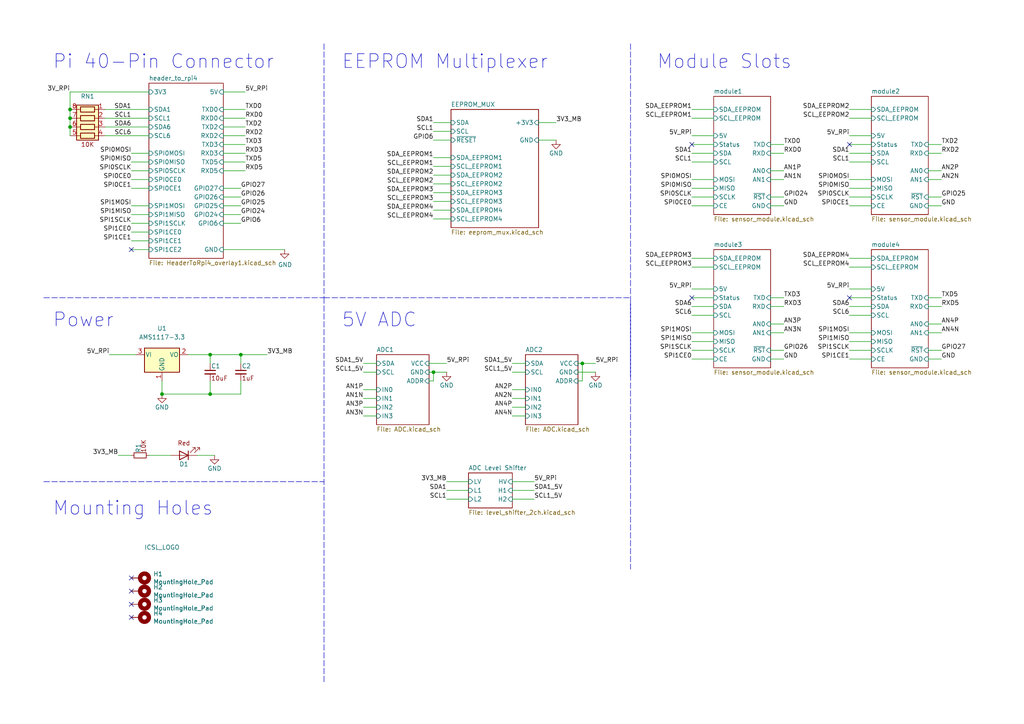
<source format=kicad_sch>
(kicad_sch (version 20211123) (generator eeschema)
  (paper "A4")
  (title_block (title "LegoSENSE Carrier Board") (date "2022-03-01") (rev "2.1") (company "Columbia ICSL"))
  (lib_symbols
    (symbol "ICSL:ICSL_LOGO"
      (property "Value" "ICSL_LOGO" (at 0 0 0))
    )
    (symbol "Mechanical:MountingHole_Pad" (pin_numbers hide) (pin_names (offset 1.016) hide)
      (property "Reference" "H" (at 0 6.35 0))
      (property "Value" "MountingHole_Pad" (at 0 4.445 0))
      (symbol "MountingHole_Pad_0_1"
        (circle (center 0 1.27) (radius 1.27) (stroke (width 1.27)))
      )
      (symbol "MountingHole_Pad_1_1"
        (pin input line (at 0 -2.54 90) (length 2.54) (name "1") (number "1"))
      )
    )
    (symbol "jlcsmt-rcl:C_0402_1uF_25V" (pin_numbers hide) (pin_names (offset 0.254) hide)
      (property "Reference" "C" (at 0.254 1.778 0))
      (symbol "C_0402_1uF_25V_0_0"
        (text "1uF" (at 0.254 -1.778 0) (effects (font (size 1.27 1.27)) (justify left)))
      )
      (symbol "C_0402_1uF_25V_0_1"
        (polyline (pts (xy -1.524 -0.508) (xy 1.524 -0.508)) (stroke (width 0.3302)))
        (polyline (pts (xy -1.524 0.508) (xy 1.524 0.508)) (stroke (width 0.3048)))
      )
      (symbol "C_0402_1uF_25V_1_1"
        (pin passive line (at 0 2.54 270) (length 2.032) (name "~") (number "1"))
        (pin passive line (at 0 -2.54 90) (length 2.032) (name "~") (number "2"))
      )
    )
    (symbol "jlcsmt-rcl:C_0805_10uF_25V" (pin_numbers hide) (pin_names (offset 0.254) hide)
      (property "Reference" "C" (at 0.254 1.778 0))
      (symbol "C_0805_10uF_25V_0_0"
        (text "10uF" (at 0.254 -1.778 0) (effects (font (size 1.27 1.27)) (justify left)))
      )
      (symbol "C_0805_10uF_25V_0_1"
        (polyline (pts (xy -1.524 -0.508) (xy 1.524 -0.508)) (stroke (width 0.3302)))
        (polyline (pts (xy -1.524 0.508) (xy 1.524 0.508)) (stroke (width 0.3048)))
      )
      (symbol "C_0805_10uF_25V_1_1"
        (pin passive line (at 0 2.54 270) (length 2.032) (name "~") (number "1"))
        (pin passive line (at 0 -2.54 90) (length 2.032) (name "~") (number "2"))
      )
    )
    (symbol "jlcsmt-rcl:LED_0603_Red" (pin_numbers hide) (pin_names (offset 1.016) hide)
      (property "Reference" "D" (at 0 2.54 0))
      (symbol "LED_0603_Red_0_0"
        (text "Red" (at 0 -3.556 0) (effects (font (size 1.27 1.27))))
      )
      (symbol "LED_0603_Red_0_1"
        (polyline (pts (xy -1.27 -1.27) (xy -1.27 1.27)) (stroke (width 0.254)))
        (polyline (pts (xy -1.27 0) (xy 1.27 0)))
        (polyline (pts (xy 1.27 -1.27) (xy 1.27 1.27) (xy -1.27 0) (xy 1.27 -1.27)) (stroke (width 0.254)))
        (polyline (pts (xy -3.048 -0.762) (xy -4.572 -2.286) (xy -3.81 -2.286) (xy -4.572 -2.286) (xy -4.572 -1.524)))
        (polyline (pts (xy -1.778 -0.762) (xy -3.302 -2.286) (xy -2.54 -2.286) (xy -3.302 -2.286) (xy -3.302 -1.524)))
      )
      (symbol "LED_0603_Red_1_1"
        (pin passive line (at -3.81 0 0) (length 2.54) (name "K") (number "1"))
        (pin passive line (at 3.81 0 180) (length 2.54) (name "A") (number "2"))
      )
    )
    (symbol "jlcsmt-rcl:RN_0402x4_10K" (pin_names (offset 0) hide)
      (property "Reference" "RN" (at -7.62 0 90))
      (symbol "RN_0402x4_10K_0_0"
        (text "10K" (at 5.08 0 900) (effects (font (size 1.27 1.27))))
        (pin passive line (at 0 -5.08 90) (length 2.54) (name "R3_B") (number "6"))
        (pin passive line (at -2.54 -5.08 90) (length 2.54) (name "R2_B") (number "7"))
        (pin passive line (at -5.08 -5.08 90) (length 2.54) (name "R1_B") (number "8"))
      )
      (symbol "RN_0402x4_10K_0_1"
        (rectangle (start -6.35 -3.175) (end 3.81 3.175) (stroke (width 0.254)) (fill (type background)))
        (rectangle (start -5.842 2.032) (end -4.318 -2.032) (stroke (width 0.254)))
        (rectangle (start -3.302 2.032) (end -1.778 -2.032) (stroke (width 0.254)))
        (rectangle (start -0.762 2.032) (end 0.762 -2.032) (stroke (width 0.254)))
        (polyline (pts (xy -5.08 -2.032) (xy -5.08 -2.54)))
        (polyline (pts (xy -5.08 2.54) (xy -5.08 2.032)))
        (polyline (pts (xy -2.54 -2.032) (xy -2.54 -2.54)))
        (polyline (pts (xy -2.54 2.54) (xy -2.54 2.032)))
        (polyline (pts (xy 0 -2.032) (xy 0 -2.54)))
        (polyline (pts (xy 0 2.54) (xy 0 2.032)))
        (polyline (pts (xy 2.54 -2.032) (xy 2.54 -2.54)))
        (polyline (pts (xy 2.54 2.54) (xy 2.54 2.032)))
        (rectangle (start 1.778 2.032) (end 3.302 -2.032) (stroke (width 0.254)))
      )
      (symbol "RN_0402x4_10K_1_1"
        (pin passive line (at -5.08 5.08 270) (length 2.54) (name "R1_T") (number "1"))
        (pin passive line (at -2.54 5.08 270) (length 2.54) (name "R2_T") (number "2"))
        (pin passive line (at 0 5.08 270) (length 2.54) (name "R3_T") (number "3"))
        (pin passive line (at 2.54 5.08 270) (length 2.54) (name "R4_T") (number "4"))
        (pin passive line (at 2.54 -5.08 90) (length 2.54) (name "R4_B") (number "5"))
      )
    )
    (symbol "jlcsmt-rcl:R_0402_10K" (pin_numbers hide) (pin_names (offset 0.254) hide)
      (property "Reference" "R" (at 0.762 0.508 0))
      (symbol "R_0402_10K_0_0"
        (text "10K" (at 0.762 -1.016 0) (effects (font (size 1.27 1.27)) (justify left)))
      )
      (symbol "R_0402_10K_0_1"
        (rectangle (start -0.762 1.778) (end 0.762 -1.778) (stroke (width 0.2032)))
      )
      (symbol "R_0402_10K_1_1"
        (pin passive line (at 0 2.54 270) (length 0.762) (name "~") (number "1"))
        (pin passive line (at 0 -2.54 90) (length 0.762) (name "~") (number "2"))
      )
    )
    (symbol "jlcsmt-regulator:AMS1117-3.3" (pin_names (offset 0.254))
      (property "Reference" "U" (at -3.81 3.175 0))
      (property "Value" "AMS1117-3.3" (at 0 3.175 0))
      (symbol "AMS1117-3.3_0_1"
        (rectangle (start -5.08 -5.08) (end 5.08 1.905) (stroke (width 0.254)) (fill (type background)))
      )
      (symbol "AMS1117-3.3_1_1"
        (pin power_in line (at 0 -7.62 90) (length 2.54) (name "GND") (number "1"))
        (pin power_out line (at 7.62 0 180) (length 2.54) (name "VO") (number "2"))
        (pin power_in line (at -7.62 0 0) (length 2.54) (name "VI") (number "3"))
      )
    )
    (symbol "multiposition-cache:GND" (power) (pin_names (offset 0))
      (property "Value" "GND" (at 0 -3.81 0))
      (symbol "GND_0_1"
        (polyline (pts (xy 0 0) (xy 0 -1.27) (xy 1.27 -1.27) (xy 0 -2.54) (xy -1.27 -1.27) (xy 0 -1.27)))
      )
      (symbol "GND_1_1"
        (pin power_in line (at 0 0 270) (length 0) hide (name "GND") (number "1"))
      )
    )
    (symbol "power:GND" (power) (pin_names (offset 0))
      (property "Value" "GND" (at 0 -3.81 0))
      (symbol "GND_0_1"
        (polyline (pts (xy 0 0) (xy 0 -1.27) (xy 1.27 -1.27) (xy 0 -2.54) (xy -1.27 -1.27) (xy 0 -1.27)))
      )
      (symbol "GND_1_1"
        (pin power_in line (at 0 0 270) (length 0) hide (name "GND") (number "1"))
      )
    )
  )
  (junction (at 46.99 114.3))
  (junction (at 60.96 102.87))
  (junction (at 20.32 34.29))
  (junction (at 60.96 114.3))
  (junction (at 69.85 102.87))
  (junction (at 168.91 105.41))
  (junction (at 20.32 36.83))
  (junction (at 125.73 107.95))
  (junction (at 20.32 31.75))
  (no_connect (at 246.38 41.91))
  (no_connect (at 200.66 86.36))
  (no_connect (at 200.66 41.91))
  (no_connect (at 246.38 86.36))
  (no_connect (at 38.1 167.64))
  (no_connect (at 38.1 171.45))
  (no_connect (at 38.1 175.26))
  (no_connect (at 38.1 179.07))
  (no_connect (at 38.1 72.39))
  (wire (pts (xy 148.59 118.11) (xy 152.4 118.11)))
  (wire (pts (xy 38.1 64.77) (xy 43.18 64.77)))
  (wire (pts (xy 129.54 139.7) (xy 135.89 139.7)))
  (wire (pts (xy 148.59 113.03) (xy 152.4 113.03)))
  (wire (pts (xy 273.05 59.69) (xy 269.24 59.69)))
  (wire (pts (xy 200.66 44.45) (xy 207.01 44.45)))
  (wire (pts (xy 64.77 34.29) (xy 71.12 34.29)))
  (wire (pts (xy 64.77 54.61) (xy 69.85 54.61)))
  (wire (pts (xy 246.38 101.6) (xy 252.73 101.6)))
  (wire (pts (xy 246.38 44.45) (xy 252.73 44.45)))
  (wire (pts (xy 200.66 99.06) (xy 207.01 99.06)))
  (polyline (pts (xy 12.7 86.36) (xy 93.98 86.36)))
  (wire (pts (xy 125.73 60.96) (xy 130.81 60.96)))
  (wire (pts (xy 200.66 59.69) (xy 207.01 59.69)))
  (wire (pts (xy 246.38 74.93) (xy 252.73 74.93)))
  (wire (pts (xy 148.59 107.95) (xy 152.4 107.95)))
  (wire (pts (xy 38.1 52.07) (xy 43.18 52.07)))
  (wire (pts (xy 246.38 86.36) (xy 252.73 86.36)))
  (wire (pts (xy 223.52 104.14) (xy 227.33 104.14)))
  (wire (pts (xy 207.01 31.75) (xy 200.66 31.75)))
  (wire (pts (xy 71.12 41.91) (xy 64.77 41.91)))
  (wire (pts (xy 227.33 59.69) (xy 223.52 59.69)))
  (wire (pts (xy 269.24 41.91) (xy 273.05 41.91)))
  (wire (pts (xy 200.66 88.9) (xy 207.01 88.9)))
  (wire (pts (xy 223.52 49.53) (xy 227.33 49.53)))
  (wire (pts (xy 20.32 31.75) (xy 20.32 34.29)))
  (wire (pts (xy 148.59 120.65) (xy 152.4 120.65)))
  (wire (pts (xy 200.66 77.47) (xy 207.01 77.47)))
  (wire (pts (xy 125.73 38.1) (xy 130.81 38.1)))
  (wire (pts (xy 38.1 59.69) (xy 43.18 59.69)))
  (wire (pts (xy 125.73 55.88) (xy 130.81 55.88)))
  (wire (pts (xy 246.38 99.06) (xy 252.73 99.06)))
  (wire (pts (xy 71.12 31.75) (xy 64.77 31.75)))
  (wire (pts (xy 246.38 52.07) (xy 252.73 52.07)))
  (wire (pts (xy 105.41 118.11) (xy 109.22 118.11)))
  (wire (pts (xy 105.41 120.65) (xy 109.22 120.65)))
  (wire (pts (xy 54.61 102.87) (xy 60.96 102.87)))
  (wire (pts (xy 46.99 114.3) (xy 46.99 110.49)))
  (wire (pts (xy 223.52 41.91) (xy 227.33 41.91)))
  (wire (pts (xy 30.48 36.83) (xy 43.18 36.83)))
  (wire (pts (xy 125.73 107.95) (xy 129.54 107.95)))
  (wire (pts (xy 105.41 107.95) (xy 109.22 107.95)))
  (wire (pts (xy 38.1 44.45) (xy 43.18 44.45)))
  (polyline (pts (xy 93.98 12.7) (xy 93.98 86.36)))
  (wire (pts (xy 38.1 62.23) (xy 43.18 62.23)))
  (wire (pts (xy 129.54 142.24) (xy 135.89 142.24)))
  (wire (pts (xy 223.52 96.52) (xy 227.33 96.52)))
  (wire (pts (xy 105.41 105.41) (xy 109.22 105.41)))
  (wire (pts (xy 20.32 36.83) (xy 20.32 39.37)))
  (wire (pts (xy 246.38 57.15) (xy 252.73 57.15)))
  (wire (pts (xy 125.73 110.49) (xy 125.73 107.95)))
  (wire (pts (xy 167.64 107.95) (xy 172.72 107.95)))
  (wire (pts (xy 148.59 144.78) (xy 154.94 144.78)))
  (wire (pts (xy 200.66 54.61) (xy 207.01 54.61)))
  (polyline (pts (xy 12.7 139.7) (xy 93.98 139.7)))
  (wire (pts (xy 246.38 88.9) (xy 252.73 88.9)))
  (wire (pts (xy 246.38 34.29) (xy 252.73 34.29)))
  (wire (pts (xy 148.59 139.7) (xy 154.94 139.7)))
  (wire (pts (xy 168.91 105.41) (xy 172.72 105.41)))
  (wire (pts (xy 200.66 41.91) (xy 207.01 41.91)))
  (wire (pts (xy 34.29 132.08) (xy 38.1 132.08)))
  (wire (pts (xy 57.15 132.08) (xy 62.23 132.08)))
  (wire (pts (xy 200.66 96.52) (xy 207.01 96.52)))
  (wire (pts (xy 105.41 113.03) (xy 109.22 113.03)))
  (wire (pts (xy 125.73 58.42) (xy 130.81 58.42)))
  (wire (pts (xy 200.66 46.99) (xy 207.01 46.99)))
  (wire (pts (xy 156.21 35.56) (xy 161.29 35.56)))
  (wire (pts (xy 64.77 64.77) (xy 69.85 64.77)))
  (polyline (pts (xy 93.98 86.36) (xy 93.98 198.12)))
  (wire (pts (xy 200.66 86.36) (xy 207.01 86.36)))
  (wire (pts (xy 200.66 74.93) (xy 207.01 74.93)))
  (wire (pts (xy 64.77 62.23) (xy 69.85 62.23)))
  (wire (pts (xy 125.73 63.5) (xy 130.81 63.5)))
  (wire (pts (xy 269.24 49.53) (xy 273.05 49.53)))
  (wire (pts (xy 64.77 39.37) (xy 71.12 39.37)))
  (wire (pts (xy 167.64 110.49) (xy 168.91 110.49)))
  (wire (pts (xy 148.59 142.24) (xy 154.94 142.24)))
  (wire (pts (xy 125.73 53.34) (xy 130.81 53.34)))
  (wire (pts (xy 269.24 101.6) (xy 273.05 101.6)))
  (wire (pts (xy 223.52 86.36) (xy 227.33 86.36)))
  (wire (pts (xy 200.66 34.29) (xy 207.01 34.29)))
  (wire (pts (xy 69.85 105.41) (xy 69.85 102.87)))
  (wire (pts (xy 20.32 26.67) (xy 20.32 31.75)))
  (wire (pts (xy 200.66 39.37) (xy 207.01 39.37)))
  (wire (pts (xy 269.24 57.15) (xy 273.05 57.15)))
  (wire (pts (xy 69.85 102.87) (xy 77.47 102.87)))
  (wire (pts (xy 269.24 93.98) (xy 273.05 93.98)))
  (wire (pts (xy 43.18 132.08) (xy 49.53 132.08)))
  (wire (pts (xy 64.77 59.69) (xy 69.85 59.69)))
  (wire (pts (xy 64.77 57.15) (xy 69.85 57.15)))
  (wire (pts (xy 125.73 40.64) (xy 130.81 40.64)))
  (wire (pts (xy 71.12 36.83) (xy 64.77 36.83)))
  (wire (pts (xy 38.1 46.99) (xy 43.18 46.99)))
  (wire (pts (xy 38.1 72.39) (xy 43.18 72.39)))
  (wire (pts (xy 125.73 45.72) (xy 130.81 45.72)))
  (wire (pts (xy 246.38 83.82) (xy 252.73 83.82)))
  (wire (pts (xy 200.66 104.14) (xy 207.01 104.14)))
  (wire (pts (xy 129.54 144.78) (xy 135.89 144.78)))
  (wire (pts (xy 246.38 46.99) (xy 252.73 46.99)))
  (polyline (pts (xy 182.88 109.22) (xy 182.88 87.63)))
  (wire (pts (xy 223.52 88.9) (xy 227.33 88.9)))
  (wire (pts (xy 200.66 91.44) (xy 207.01 91.44)))
  (wire (pts (xy 60.96 102.87) (xy 69.85 102.87)))
  (wire (pts (xy 30.48 31.75) (xy 43.18 31.75)))
  (wire (pts (xy 246.38 54.61) (xy 252.73 54.61)))
  (wire (pts (xy 69.85 114.3) (xy 69.85 110.49)))
  (wire (pts (xy 20.32 34.29) (xy 20.32 36.83)))
  (wire (pts (xy 246.38 104.14) (xy 252.73 104.14)))
  (wire (pts (xy 246.38 31.75) (xy 252.73 31.75)))
  (wire (pts (xy 109.22 115.57) (xy 105.41 115.57)))
  (wire (pts (xy 30.48 34.29) (xy 43.18 34.29)))
  (wire (pts (xy 200.66 101.6) (xy 207.01 101.6)))
  (wire (pts (xy 200.66 83.82) (xy 207.01 83.82)))
  (wire (pts (xy 60.96 110.49) (xy 60.96 114.3)))
  (wire (pts (xy 168.91 110.49) (xy 168.91 105.41)))
  (wire (pts (xy 269.24 104.14) (xy 273.05 104.14)))
  (polyline (pts (xy 182.88 12.7) (xy 182.88 165.1)))
  (wire (pts (xy 64.77 72.39) (xy 82.55 72.39)))
  (wire (pts (xy 60.96 105.41) (xy 60.96 102.87)))
  (wire (pts (xy 223.52 44.45) (xy 227.33 44.45)))
  (wire (pts (xy 167.64 105.41) (xy 168.91 105.41)))
  (wire (pts (xy 125.73 50.8) (xy 130.81 50.8)))
  (wire (pts (xy 38.1 49.53) (xy 43.18 49.53)))
  (wire (pts (xy 227.33 57.15) (xy 223.52 57.15)))
  (wire (pts (xy 124.46 107.95) (xy 125.73 107.95)))
  (wire (pts (xy 269.24 44.45) (xy 273.05 44.45)))
  (wire (pts (xy 156.21 40.64) (xy 161.29 40.64)))
  (wire (pts (xy 269.24 52.07) (xy 273.05 52.07)))
  (wire (pts (xy 64.77 49.53) (xy 71.12 49.53)))
  (wire (pts (xy 246.38 59.69) (xy 252.73 59.69)))
  (wire (pts (xy 43.18 26.67) (xy 20.32 26.67)))
  (wire (pts (xy 246.38 91.44) (xy 252.73 91.44)))
  (wire (pts (xy 246.38 96.52) (xy 252.73 96.52)))
  (wire (pts (xy 64.77 26.67) (xy 71.12 26.67)))
  (wire (pts (xy 269.24 88.9) (xy 273.05 88.9)))
  (wire (pts (xy 269.24 96.52) (xy 273.05 96.52)))
  (wire (pts (xy 124.46 110.49) (xy 125.73 110.49)))
  (wire (pts (xy 223.52 93.98) (xy 227.33 93.98)))
  (wire (pts (xy 269.24 86.36) (xy 273.05 86.36)))
  (wire (pts (xy 223.52 101.6) (xy 227.33 101.6)))
  (wire (pts (xy 38.1 67.31) (xy 43.18 67.31)))
  (polyline (pts (xy 93.98 86.36) (xy 182.88 86.36)))
  (wire (pts (xy 200.66 52.07) (xy 207.01 52.07)))
  (wire (pts (xy 46.99 114.3) (xy 60.96 114.3)))
  (wire (pts (xy 125.73 48.26) (xy 130.81 48.26)))
  (wire (pts (xy 71.12 46.99) (xy 64.77 46.99)))
  (wire (pts (xy 38.1 69.85) (xy 43.18 69.85)))
  (wire (pts (xy 30.48 39.37) (xy 43.18 39.37)))
  (wire (pts (xy 31.75 102.87) (xy 39.37 102.87)))
  (wire (pts (xy 200.66 57.15) (xy 207.01 57.15)))
  (wire (pts (xy 38.1 54.61) (xy 43.18 54.61)))
  (wire (pts (xy 246.38 39.37) (xy 252.73 39.37)))
  (wire (pts (xy 125.73 35.56) (xy 130.81 35.56)))
  (wire (pts (xy 60.96 114.3) (xy 69.85 114.3)))
  (wire (pts (xy 148.59 115.57) (xy 152.4 115.57)))
  (wire (pts (xy 223.52 52.07) (xy 227.33 52.07)))
  (wire (pts (xy 64.77 44.45) (xy 71.12 44.45)))
  (wire (pts (xy 246.38 77.47) (xy 252.73 77.47)))
  (wire (pts (xy 124.46 105.41) (xy 129.54 105.41)))
  (wire (pts (xy 148.59 105.41) (xy 152.4 105.41)))
  (wire (pts (xy 246.38 41.91) (xy 252.73 41.91)))
  (text "5V ADC" (at 99.06 95.25 0) (effects (font (size 4 4)) (justify left bottom)))
  (text "Module Slots" (at 190.5 20.32 0) (effects (font (size 4 4)) (justify left bottom)))
  (text "Power" (at 15.24 95.25 0) (effects (font (size 4 4)) (justify left bottom)))
  (text "V2 TODO:\nX Finish wiring EEPROM_MUX\nX Remove old SPI ADC\nX Add I2C ADC\nX Add level shifter for ADC\nX Add power LED\nX Fix module GND\nX Replace all LDOs, R, C with JLCSMT parts" (at 15.24 -39.37 0) (effects (font (size 2 2)) (justify left bottom)))
  (text "V3 TODO:\n() Correct U7 Orientation on JLCSMT\n() Add status LED" (at 15.24 -25.4 0) (effects (font (size 2 2)) (justify left bottom)))
  (text "Pi 40-Pin Connector" (at 15.24 20.32 0) (effects (font (size 4 4)) (justify left bottom)))
  (text "EEPROM Multiplexer" (at 99.06 20.32 0) (effects (font (size 4 4)) (justify left bottom)))
  (text "Mounting Holes" (at 15.24 149.86 0) (effects (font (size 4 4)) (justify left bottom)))
  (label "SDA1" (at 246.38 44.45 180))
  (label "SCL6" (at 200.66 91.44 180))
  (label "SCL1_5V" (at 154.94 144.78 0))
  (label "AN1P" (at 105.41 113.03 180))
  (label "RXD5" (at 71.12 49.53 0))
  (label "AN2P" (at 273.05 49.53 0))
  (label "SDA_EEPROM2" (at 246.38 31.75 180))
  (label "AN2P" (at 148.59 113.03 180))
  (label "GND" (at 273.05 59.69 0))
  (label "TXD5" (at 273.05 86.36 0))
  (label "SDA1" (at 200.66 44.45 180))
  (label "SPI1MISO" (at 246.38 99.06 180))
  (label "AN4P" (at 148.59 118.11 180))
  (label "TXD2" (at 273.05 41.91 0))
  (label "RXD2" (at 273.05 44.45 0))
  (label "SPI1SCLK" (at 38.1 64.77 180))
  (label "TXD0" (at 71.12 31.75 0))
  (label "SCL1" (at 129.54 144.78 180))
  (label "AN3N" (at 105.41 120.65 180))
  (label "SCL1" (at 125.73 38.1 180))
  (label "SDA_EEPROM1" (at 200.66 31.75 180))
  (label "GPIO26" (at 227.33 101.6 0))
  (label "SCL_EEPROM2" (at 125.73 53.34 180))
  (label "SDA1_5V" (at 154.94 142.24 0))
  (label "SPI0SCLK" (at 38.1 49.53 180))
  (label "SPI0MOSI" (at 200.66 52.07 180))
  (label "TXD0" (at 227.33 41.91 0))
  (label "RXD2" (at 71.12 39.37 0))
  (label "SCL_EEPROM3" (at 200.66 77.47 180))
  (label "AN1N" (at 105.41 115.57 180))
  (label "SCL_EEPROM4" (at 246.38 77.47 180))
  (label "SDA1_5V" (at 105.41 105.41 180))
  (label "SPI1CE1" (at 38.1 69.85 180))
  (label "SCL6" (at 246.38 91.44 180))
  (label "AN2N" (at 148.59 115.57 180))
  (label "SPI0MISO" (at 200.66 54.61 180))
  (label "SPI0SCLK" (at 246.38 57.15 180))
  (label "AN3N" (at 227.33 96.52 0))
  (label "3V3_MB" (at 161.29 35.56 0))
  (label "AN4N" (at 273.05 96.52 0))
  (label "SCL1_5V" (at 148.59 107.95 180))
  (label "SPI1MOSI" (at 38.1 59.69 180))
  (label "AN4P" (at 273.05 93.98 0))
  (label "5V_RPi" (at 172.72 105.41 0))
  (label "RXD0" (at 227.33 44.45 0))
  (label "SDA1" (at 129.54 142.24 180))
  (label "SCL1" (at 246.38 46.99 180))
  (label "SDA_EEPROM3" (at 125.73 55.88 180))
  (label "SPI1CE0" (at 200.66 104.14 180))
  (label "GPIO27" (at 273.05 101.6 0))
  (label "SPI1MISO" (at 38.1 62.23 180))
  (label "SPI0CE1" (at 38.1 54.61 180))
  (label "SPI0MISO" (at 246.38 54.61 180))
  (label "5V_RPi" (at 200.66 39.37 180))
  (label "GPIO25" (at 273.05 57.15 0))
  (label "SPI1MOSI" (at 200.66 96.52 180))
  (label "SCL1" (at 38.1 34.29 180))
  (label "5V_RPi" (at 31.75 102.87 180))
  (label "5V_RPi" (at 200.66 83.82 180))
  (label "5V_RPi" (at 246.38 39.37 180))
  (label "GPIO25" (at 69.85 59.69 0))
  (label "SCL1_5V" (at 105.41 107.95 180))
  (label "SCL_EEPROM2" (at 246.38 34.29 180))
  (label "AN3P" (at 227.33 93.98 0))
  (label "SDA6" (at 246.38 88.9 180))
  (label "RXD3" (at 71.12 44.45 0))
  (label "SCL_EEPROM1" (at 125.73 48.26 180))
  (label "SPI1SCLK" (at 200.66 101.6 180))
  (label "SPI0CE1" (at 246.38 59.69 180))
  (label "SPI0MOSI" (at 246.38 52.07 180))
  (label "SPI1MOSI" (at 246.38 96.52 180))
  (label "AN2N" (at 273.05 52.07 0))
  (label "AN4N" (at 148.59 120.65 180))
  (label "SCL_EEPROM3" (at 125.73 58.42 180))
  (label "SDA_EEPROM4" (at 246.38 74.93 180))
  (label "SDA_EEPROM4" (at 125.73 60.96 180))
  (label "5V_RPi" (at 129.54 105.41 0))
  (label "SDA_EEPROM3" (at 200.66 74.93 180))
  (label "SDA6" (at 200.66 88.9 180))
  (label "3V3_MB" (at 77.47 102.87 0))
  (label "GPIO26" (at 69.85 57.15 0))
  (label "SPI1MISO" (at 200.66 99.06 180))
  (label "5V_RPi" (at 246.38 83.82 180))
  (label "RXD0" (at 71.12 34.29 0))
  (label "GPIO6" (at 69.85 64.77 0))
  (label "SPI0CE0" (at 38.1 52.07 180))
  (label "SPI0SCLK" (at 200.66 57.15 180))
  (label "SPI0MOSI" (at 38.1 44.45 180))
  (label "SCL_EEPROM4" (at 125.73 63.5 180))
  (label "GPIO6" (at 125.73 40.64 180))
  (label "SPI1SCLK" (at 246.38 101.6 180))
  (label "RXD5" (at 273.05 88.9 0))
  (label "AN3P" (at 105.41 118.11 180))
  (label "3V3_MB" (at 129.54 139.7 180))
  (label "TXD3" (at 71.12 41.91 0))
  (label "SCL6" (at 38.1 39.37 180))
  (label "SCL1" (at 200.66 46.99 180))
  (label "SDA1" (at 125.73 35.56 180))
  (label "SDA1_5V" (at 148.59 105.41 180))
  (label "AN1N" (at 227.33 52.07 0))
  (label "3V3_MB" (at 34.29 132.08 180))
  (label "SCL_EEPROM1" (at 200.66 34.29 180))
  (label "RXD3" (at 227.33 88.9 0))
  (label "SDA6" (at 38.1 36.83 180))
  (label "5V_RPi" (at 71.12 26.67 0))
  (label "GPIO24" (at 69.85 62.23 0))
  (label "SPI1CE1" (at 246.38 104.14 180))
  (label "AN1P" (at 227.33 49.53 0))
  (label "3V_RPi" (at 20.32 26.67 180))
  (label "GPIO27" (at 69.85 54.61 0))
  (label "TXD3" (at 227.33 86.36 0))
  (label "GND" (at 273.05 104.14 0))
  (label "SPI0MISO" (at 38.1 46.99 180))
  (label "SDA_EEPROM1" (at 125.73 45.72 180))
  (label "5V_RPi" (at 154.94 139.7 0))
  (label "SDA_EEPROM2" (at 125.73 50.8 180))
  (label "TXD5" (at 71.12 46.99 0))
  (label "SDA1" (at 38.1 31.75 180))
  (label "GND" (at 227.33 59.69 0))
  (label "GND" (at 227.33 104.14 0))
  (label "GPIO24" (at 227.33 57.15 0))
  (label "SPI0CE0" (at 200.66 59.69 180))
  (label "SPI1CE0" (at 38.1 67.31 180))
  (label "TXD2" (at 71.12 36.83 0))
  (symbol (lib_id "Mechanical:MountingHole_Pad") (at 40.64 167.64 270) (unit 1)
    (property "Reference" "H1" (at 44.45 166.4716 90) (effects (justify left)))
    (property "Value" "MountingHole_Pad" (at 44.45 168.783 90) (effects (justify left)))
    (property "Footprint" "MountingHole:MountingHole_3.2mm_M3_ISO14580_Pad_TopBottom" (effects hide))
  )
  (symbol (lib_id "Mechanical:MountingHole_Pad") (at 40.64 171.45 270) (unit 1)
    (property "Reference" "H2" (at 44.45 170.2816 90) (effects (justify left)))
    (property "Value" "MountingHole_Pad" (at 44.45 172.593 90) (effects (justify left)))
    (property "Footprint" "MountingHole:MountingHole_3.2mm_M3_ISO14580_Pad_TopBottom" (effects hide))
  )
  (symbol (lib_id "Mechanical:MountingHole_Pad") (at 40.64 175.26 270) (unit 1)
    (property "Reference" "H3" (at 44.45 174.0916 90) (effects (justify left)))
    (property "Value" "MountingHole_Pad" (at 44.45 176.403 90) (effects (justify left)))
    (property "Footprint" "MountingHole:MountingHole_3.2mm_M3_ISO14580_Pad_TopBottom" (effects hide))
  )
  (symbol (lib_id "Mechanical:MountingHole_Pad") (at 40.64 179.07 270) (unit 1)
    (property "Reference" "H4" (at 44.45 177.9016 90) (effects (justify left)))
    (property "Value" "MountingHole_Pad" (at 44.45 180.213 90) (effects (justify left)))
    (property "Footprint" "MountingHole:MountingHole_3.2mm_M3_ISO14580_Pad_TopBottom" (effects hide))
  )
  (symbol (lib_id "power:GND") (at 82.55 72.39 0) (unit 1)
    (property "Reference" "#PWR03" (effects hide))
    (property "Value" "GND" (at 82.677 76.7842 0))
  )
  (symbol (lib_id "jlcsmt-rcl:C_0805_10uF_25V") (at 60.96 107.95 0) (unit 1)
    (property "Reference" "C1" (at 61.214 106.172 0) (effects (justify left)))
    (property "Value" "C_0805_10uF_25V" (effects hide))
    (property "Footprint" "Capacitor_SMD:C_0805_2012Metric" (effects hide))
    (property "Datasheet" "https://datasheet.lcsc.com/lcsc/1811121310_Samsung-Electro-Mechanics-CL21A106KAYNNNE_C15850.pdf" (effects hide))
    (property "MFR" "Samsung Electro-Mechanics" (effects hide))
    (property "MFR Part#" "CL21A106KAYNNNE" (effects hide))
    (property "LCSC" "C15850" (effects hide))
  )
  (symbol (lib_id "jlcsmt-regulator:AMS1117-3.3") (at 46.99 102.87 0) (unit 1)
    (property "Reference" "U1" (at 46.99 95.25 0))
    (property "Value" "AMS1117-3.3" (at 46.99 97.79 0))
    (property "Footprint" "jlcsmt:SOT-223-3_TabPin2" (effects hide))
    (property "Datasheet" "https://datasheet.lcsc.com/lcsc/1811142212_Advanced-Monolithic-Systems-AMS1117-3-3_C6186.pdf" (effects hide))
    (property "MFR" "Advanced Monolithic Systems" (effects hide))
    (property "MFR Part#" "AMS1117-3.3" (effects hide))
    (property "LCSC" "C6186" (effects hide))
  )
  (symbol (lib_id "multiposition-cache:GND") (at 62.23 132.08 0) (unit 1)
    (property "Reference" "#PWR0114" (effects hide))
    (property "Value" "GND" (at 62.23 135.89 0))
  )
  (symbol (lib_id "jlcsmt-rcl:LED_0603_Red") (at 53.34 132.08 180) (unit 1)
    (property "Reference" "D1" (at 53.34 134.62 0))
    (property "Value" "LED_0603_Red" (effects hide))
    (property "Footprint" "jlcsmt:LED_0603_1608Metric" (effects hide))
    (property "Datasheet" "https://datasheet.lcsc.com/lcsc/1810231112_Hubei-KENTO-Elec-KT-0603R_C2286.pdf" (effects hide))
    (property "MFR" "Hubei KENTO Elec" (effects hide))
    (property "MFR Part#" "KT-0603R" (effects hide))
    (property "LCSC" "C2286" (effects hide))
  )
  (symbol (lib_id "multiposition-cache:GND") (at 129.54 107.95 0) (unit 1)
    (property "Reference" "#PWR0103" (effects hide))
    (property "Value" "GND" (at 129.54 111.76 0))
  )
  (symbol (lib_id "jlcsmt-rcl:RN_0402x4_10K") (at 25.4 36.83 270) (unit 1)
    (property "Reference" "RN1" (at 25.4 27.94 90))
    (property "Value" "RN_0402x4_10K" (effects hide))
    (property "Footprint" "jlcsmt:R_Array_Convex_4x0402" (effects hide))
    (property "Datasheet" "https://datasheet.lcsc.com/lcsc/1810170420_UNI-ROYAL-Uniroyal-Elec-4D02WGJ0103TCE_C25725.pdf" (effects hide))
    (property "LCSC" "C25725" (effects hide))
    (property "MFR" "UNI-ROYAL(Uniroyal Elec)" (effects hide))
    (property "MFR Part#" "4D02WGJ0103TCE" (effects hide))
  )
  (symbol (lib_id "multiposition-cache:GND") (at 161.29 40.64 0) (unit 1)
    (property "Reference" "#PWR0108" (effects hide))
    (property "Value" "GND" (at 161.29 44.45 0))
  )
  (symbol (lib_id "multiposition-cache:GND") (at 46.99 114.3 0) (unit 1)
    (property "Reference" "#PWR0112" (effects hide))
    (property "Value" "GND" (at 46.99 118.11 0))
  )
  (symbol (lib_id "jlcsmt-rcl:C_0402_1uF_25V") (at 69.85 107.95 0) (unit 1)
    (property "Reference" "C2" (at 70.104 106.172 0) (effects (justify left)))
    (property "Value" "C_0402_1uF_25V" (effects hide))
    (property "Footprint" "Capacitor_SMD:C_0402_1005Metric" (effects hide))
    (property "Datasheet" "https://datasheet.lcsc.com/lcsc/1811091611_Samsung-Electro-Mechanics-CL05A105KA5NQNC_C52923.pdf" (effects hide))
    (property "MFR" "Samsung Electro-Mechanics" (effects hide))
    (property "MFR Part#" "CL05A105KA5NQNC" (effects hide))
    (property "LCSC" "C52923" (effects hide))
  )
  (symbol (lib_id "multiposition-cache:GND") (at 172.72 107.95 0) (unit 1)
    (property "Reference" "#PWR0106" (effects hide))
    (property "Value" "GND" (at 172.72 111.76 0))
  )
  (symbol (lib_id "ICSL:ICSL_LOGO") (at 46.99 158.75 0) (unit 1)
    (property "Reference" "U9" (effects hide))
    (property "Value" "ICSL_LOGO" (at 46.99 158.75 0))
    (property "Footprint" "ICSL:icsl_logo" (effects hide))
  )
  (symbol (lib_id "jlcsmt-rcl:R_0402_10K") (at 40.64 132.08 90) (unit 1)
    (property "Reference" "R1" (at 40.132 131.318 0) (effects (justify left)))
    (property "Value" "R_0402_10K" (effects hide))
    (property "Footprint" "Resistor_SMD:R_0402_1005Metric" (effects hide))
    (property "Datasheet" "https://datasheet.lcsc.com/lcsc/2110260030_UNI-ROYAL-Uniroyal-Elec-0402WGF1002TCE_C25744.pdf" (effects hide))
    (property "MFR" "UNI-ROYAL(Uniroyal Elec)" (effects hide))
    (property "MFR Part#" "0402WGF1002TCE" (effects hide))
    (property "LCSC" "C25744" (effects hide))
  )
  (sheet (at 43.18 24.13) (size 21.59 50.8)
    (property "Sheet name" "header_to_rpi4" (at 43.18 23.4184 0) (effects (justify left bottom)))
    (property "Sheet file" "HeaderToRpi4_overlay1.kicad_sch" (at 43.18 75.5146 0) (effects (justify left top)))
    (pin "3V3" input (at 43.18 26.67 180))
    (pin "SDA1" input (at 43.18 31.75 180))
    (pin "SCL1" input (at 43.18 34.29 180))
    (pin "TXD3" input (at 64.77 41.91 0))
    (pin "GND" input (at 64.77 72.39 0))
    (pin "SPI1CE1" input (at 43.18 69.85 180))
    (pin "GPIO27" input (at 64.77 54.61 0))
    (pin "SDA6" input (at 43.18 36.83 180))
    (pin "SPI0MOSI" input (at 43.18 44.45 180))
    (pin "SPI0MISO" input (at 43.18 46.99 180))
    (pin "SPI0SCLK" input (at 43.18 49.53 180))
    (pin "TXD2" input (at 64.77 36.83 0))
    (pin "RXD3" input (at 64.77 44.45 0))
    (pin "GPIO6" input (at 64.77 64.77 0))
    (pin "RXD5" input (at 64.77 49.53 0))
    (pin "SPI1MISO" input (at 43.18 62.23 180))
    (pin "GPIO26" input (at 64.77 57.15 0))
    (pin "SPI1SCLK" input (at 43.18 64.77 180))
    (pin "SPI1MOSI" input (at 43.18 59.69 180))
    (pin "SPI1CE2" input (at 43.18 72.39 180))
    (pin "TXD5" input (at 64.77 46.99 0))
    (pin "RXD2" input (at 64.77 39.37 0))
    (pin "SPI0CE1" input (at 43.18 54.61 180))
    (pin "SPI0CE0" input (at 43.18 52.07 180))
    (pin "GPIO25" input (at 64.77 59.69 0))
    (pin "GPIO24" input (at 64.77 62.23 0))
    (pin "SCL6" input (at 43.18 39.37 180))
    (pin "SPI1CE0" input (at 43.18 67.31 180))
    (pin "RXD0" input (at 64.77 34.29 0))
    (pin "TXD0" input (at 64.77 31.75 0))
    (pin "5V" input (at 64.77 26.67 0))
  )
  (sheet (at 207.01 27.94) (size 16.51 34.29)
    (property "Sheet name" "module1" (at 207.01 27.2284 0) (effects (justify left bottom)))
    (property "Sheet file" "sensor_module.kicad_sch" (at 207.01 62.8146 0) (effects (justify left top)))
    (pin "5V" input (at 207.01 39.37 180))
    (pin "GND" input (at 223.52 59.69 0))
    (pin "SDA" input (at 207.01 44.45 180))
    (pin "SCL" input (at 207.01 46.99 180))
    (pin "TXD" input (at 223.52 41.91 0))
    (pin "RXD" input (at 223.52 44.45 0))
    (pin "MOSI" input (at 207.01 52.07 180))
    (pin "MISO" input (at 207.01 54.61 180))
    (pin "SCLK" input (at 207.01 57.15 180))
    (pin "CE" input (at 207.01 59.69 180))
    (pin "~{RST}" input (at 223.52 57.15 0))
    (pin "AN1" input (at 223.52 52.07 0))
    (pin "AN0" input (at 223.52 49.53 0))
    (pin "Status" input (at 207.01 41.91 180))
    (pin "SCL_EEPROM" input (at 207.01 34.29 180))
    (pin "SDA_EEPROM" input (at 207.01 31.75 180))
  )
  (sheet (at 252.73 27.94) (size 16.51 34.29)
    (property "Sheet name" "module2" (at 252.73 27.2284 0) (effects (justify left bottom)))
    (property "Sheet file" "sensor_module.kicad_sch" (at 252.73 62.8146 0) (effects (justify left top)))
    (pin "5V" input (at 252.73 39.37 180))
    (pin "GND" input (at 269.24 59.69 0))
    (pin "SDA" input (at 252.73 44.45 180))
    (pin "SCL" input (at 252.73 46.99 180))
    (pin "TXD" input (at 269.24 41.91 0))
    (pin "RXD" input (at 269.24 44.45 0))
    (pin "MOSI" input (at 252.73 52.07 180))
    (pin "MISO" input (at 252.73 54.61 180))
    (pin "SCLK" input (at 252.73 57.15 180))
    (pin "CE" input (at 252.73 59.69 180))
    (pin "~{RST}" input (at 269.24 57.15 0))
    (pin "AN1" input (at 269.24 52.07 0))
    (pin "AN0" input (at 269.24 49.53 0))
    (pin "Status" input (at 252.73 41.91 180))
    (pin "SCL_EEPROM" input (at 252.73 34.29 180))
    (pin "SDA_EEPROM" input (at 252.73 31.75 180))
  )
  (sheet (at 207.01 72.39) (size 16.51 34.29)
    (property "Sheet name" "module3" (at 207.01 71.6784 0) (effects (justify left bottom)))
    (property "Sheet file" "sensor_module.kicad_sch" (at 207.01 107.2646 0) (effects (justify left top)))
    (pin "5V" input (at 207.01 83.82 180))
    (pin "GND" input (at 223.52 104.14 0))
    (pin "SDA" input (at 207.01 88.9 180))
    (pin "SCL" input (at 207.01 91.44 180))
    (pin "TXD" input (at 223.52 86.36 0))
    (pin "RXD" input (at 223.52 88.9 0))
    (pin "MOSI" input (at 207.01 96.52 180))
    (pin "MISO" input (at 207.01 99.06 180))
    (pin "SCLK" input (at 207.01 101.6 180))
    (pin "CE" input (at 207.01 104.14 180))
    (pin "~{RST}" input (at 223.52 101.6 0))
    (pin "AN1" input (at 223.52 96.52 0))
    (pin "AN0" input (at 223.52 93.98 0))
    (pin "Status" input (at 207.01 86.36 180))
    (pin "SCL_EEPROM" input (at 207.01 77.47 180))
    (pin "SDA_EEPROM" input (at 207.01 74.93 180))
  )
  (sheet (at 252.73 72.39) (size 16.51 34.29)
    (property "Sheet name" "module4" (at 252.73 71.6784 0) (effects (justify left bottom)))
    (property "Sheet file" "sensor_module.kicad_sch" (at 252.73 107.2646 0) (effects (justify left top)))
    (pin "5V" input (at 252.73 83.82 180))
    (pin "GND" input (at 269.24 104.14 0))
    (pin "SDA" input (at 252.73 88.9 180))
    (pin "SCL" input (at 252.73 91.44 180))
    (pin "TXD" input (at 269.24 86.36 0))
    (pin "RXD" input (at 269.24 88.9 0))
    (pin "MOSI" input (at 252.73 96.52 180))
    (pin "MISO" input (at 252.73 99.06 180))
    (pin "SCLK" input (at 252.73 101.6 180))
    (pin "CE" input (at 252.73 104.14 180))
    (pin "~{RST}" input (at 269.24 101.6 0))
    (pin "AN1" input (at 269.24 96.52 0))
    (pin "AN0" input (at 269.24 93.98 0))
    (pin "Status" input (at 252.73 86.36 180))
    (pin "SCL_EEPROM" input (at 252.73 77.47 180))
    (pin "SDA_EEPROM" input (at 252.73 74.93 180))
  )
  (sheet (at 109.22 102.87) (size 15.24 20.32)
    (property "Sheet name" "ADC1" (at 109.22 102.1584 0) (effects (justify left bottom)))
    (property "Sheet file" "ADC.kicad_sch" (at 109.22 123.7746 0) (effects (justify left top)))
    (pin "IN0" input (at 109.22 113.03 180))
    (pin "IN1" input (at 109.22 115.57 180))
    (pin "IN2" input (at 109.22 118.11 180))
    (pin "IN3" input (at 109.22 120.65 180))
    (pin "ADDR" input (at 124.46 110.49 0))
    (pin "SDA" input (at 109.22 105.41 180))
    (pin "SCL" input (at 109.22 107.95 180))
    (pin "VCC" input (at 124.46 105.41 0))
    (pin "GND" input (at 124.46 107.95 0))
  )
  (sheet (at 135.89 137.16) (size 12.7 10.16) (stroke (width 0.1524))
    (property "Sheet name" "ADC Level Shifter" (at 135.89 136.4484 0) (effects (justify left bottom)))
    (property "Sheet file" "level_shifter_2ch.kicad_sch" (at 135.89 147.9046 0) (effects (justify left top)))
    (pin "LV" input (at 135.89 139.7 180))
    (pin "H1" input (at 148.59 142.24 0))
    (pin "HV" input (at 148.59 139.7 0))
    (pin "L2" input (at 135.89 144.78 180))
    (pin "L1" input (at 135.89 142.24 180))
    (pin "H2" input (at 148.59 144.78 0))
  )
  (sheet (at 130.81 31.75) (size 25.4 34.29) (stroke (width 0.1524))
    (property "Sheet name" "EEPROM_MUX" (at 130.81 31.0384 0) (effects (justify left bottom)))
    (property "Sheet file" "eeprom_mux.kicad_sch" (at 130.81 66.6246 0) (effects (justify left top)))
    (pin "SDA" input (at 130.81 35.56 180))
    (pin "SCL" input (at 130.81 38.1 180))
    (pin "~{RESET}" input (at 130.81 40.64 180))
    (pin "SCL_EEPROM2" input (at 130.81 53.34 180))
    (pin "SDA_EEPROM2" input (at 130.81 50.8 180))
    (pin "SDA_EEPROM3" input (at 130.81 55.88 180))
    (pin "SCL_EEPROM3" input (at 130.81 58.42 180))
    (pin "SCL_EEPROM1" input (at 130.81 48.26 180))
    (pin "SDA_EEPROM1" input (at 130.81 45.72 180))
    (pin "SDA_EEPROM4" input (at 130.81 60.96 180))
    (pin "GND" input (at 156.21 40.64 0))
    (pin "SCL_EEPROM4" input (at 130.81 63.5 180))
    (pin "+3V3" input (at 156.21 35.56 0))
  )
  (sheet (at 152.4 102.87) (size 15.24 20.32)
    (property "Sheet name" "ADC2" (at 152.4 102.1584 0) (effects (justify left bottom)))
    (property "Sheet file" "ADC.kicad_sch" (at 152.4 123.7746 0) (effects (justify left top)))
    (pin "IN0" input (at 152.4 113.03 180))
    (pin "IN1" input (at 152.4 115.57 180))
    (pin "IN2" input (at 152.4 118.11 180))
    (pin "IN3" input (at 152.4 120.65 180))
    (pin "ADDR" input (at 167.64 110.49 0))
    (pin "SDA" input (at 152.4 105.41 180))
    (pin "SCL" input (at 152.4 107.95 180))
    (pin "VCC" input (at 167.64 105.41 0))
    (pin "GND" input (at 167.64 107.95 0))
  )
)
</source>
